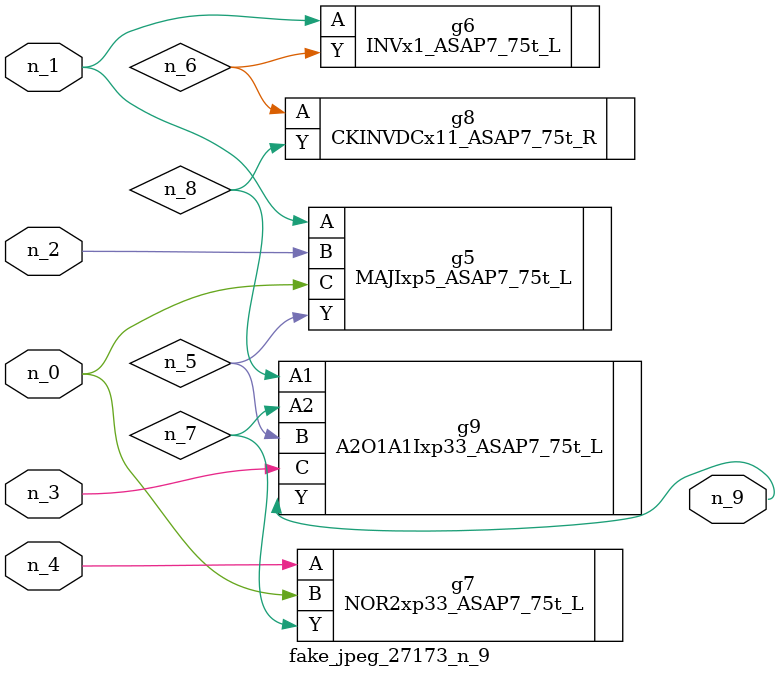
<source format=v>
module fake_jpeg_27173_n_9 (n_3, n_2, n_1, n_0, n_4, n_9);

input n_3;
input n_2;
input n_1;
input n_0;
input n_4;

output n_9;

wire n_8;
wire n_6;
wire n_5;
wire n_7;

MAJIxp5_ASAP7_75t_L g5 ( 
.A(n_1),
.B(n_2),
.C(n_0),
.Y(n_5)
);

INVx1_ASAP7_75t_L g6 ( 
.A(n_1),
.Y(n_6)
);

NOR2xp33_ASAP7_75t_L g7 ( 
.A(n_4),
.B(n_0),
.Y(n_7)
);

CKINVDCx11_ASAP7_75t_R g8 ( 
.A(n_6),
.Y(n_8)
);

A2O1A1Ixp33_ASAP7_75t_L g9 ( 
.A1(n_8),
.A2(n_7),
.B(n_5),
.C(n_3),
.Y(n_9)
);


endmodule
</source>
